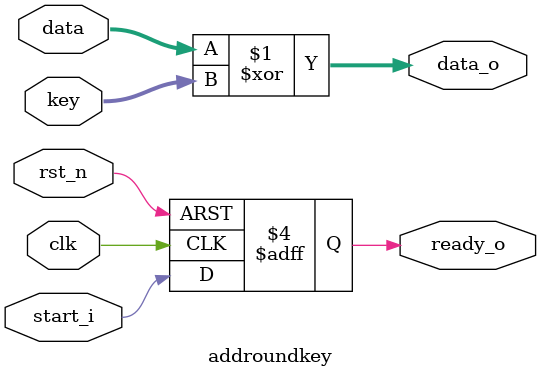
<source format=v>
module  addroundkey(
	input			     clk, 
    input                rst_n,
    input                start_i,
	input       [127:0]	data,
    input       [127:0]  key,
	output      [127:0]  data_o,
    output reg           ready_o 
);

    //wire  [127:0] datakey;
    assign data_o = data ^ key ;
    /*always@(posedge clk  or negedge rst_n) begin
        if(!rst_n) begin
            data_o <= 0;
        end
        else if(start_i) begin
            data_o <= datakey ;
        end
    end*/
    always@(posedge clk  or negedge rst_n) begin
        if(!rst_n) begin
            ready_o <= 0;
        end
        else   begin
            ready_o <= start_i ;
        end
    end

endmodule

</source>
